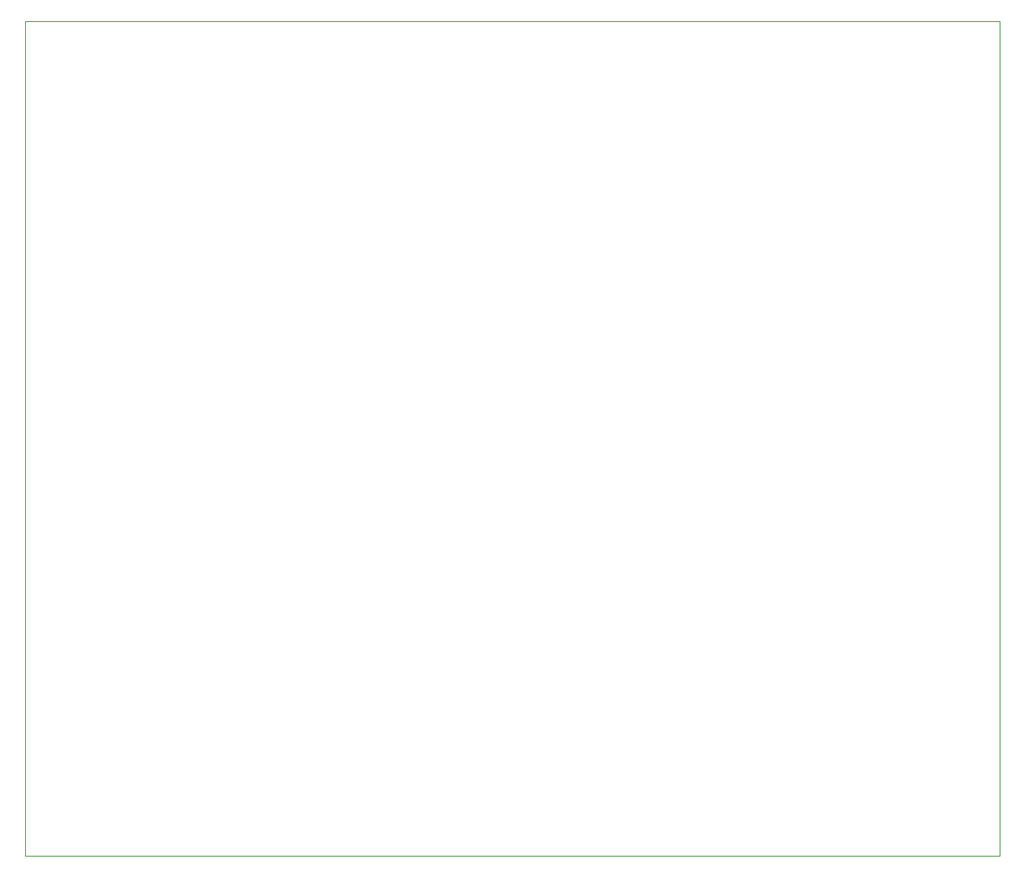
<source format=gbr>
%TF.GenerationSoftware,KiCad,Pcbnew,6.0.2+dfsg-1*%
%TF.CreationDate,2023-05-23T16:54:33-05:00*%
%TF.ProjectId,ethernet,65746865-726e-4657-942e-6b696361645f,rev?*%
%TF.SameCoordinates,Original*%
%TF.FileFunction,Profile,NP*%
%FSLAX46Y46*%
G04 Gerber Fmt 4.6, Leading zero omitted, Abs format (unit mm)*
G04 Created by KiCad (PCBNEW 6.0.2+dfsg-1) date 2023-05-23 16:54:33*
%MOMM*%
%LPD*%
G01*
G04 APERTURE LIST*
%TA.AperFunction,Profile*%
%ADD10C,0.100000*%
%TD*%
G04 APERTURE END LIST*
D10*
X50000000Y-50000000D02*
X155000000Y-50000000D01*
X155000000Y-140000000D02*
X50000000Y-140000000D01*
X155000000Y-50000000D02*
X155000000Y-140000000D01*
X50000000Y-140000000D02*
X50000000Y-50000000D01*
M02*

</source>
